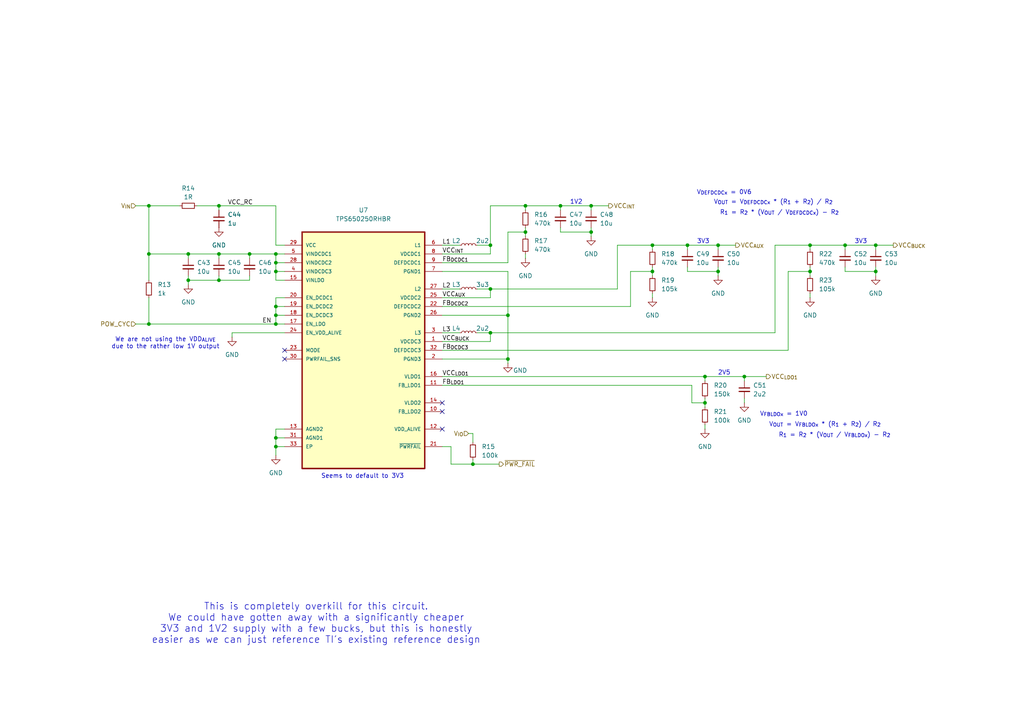
<source format=kicad_sch>
(kicad_sch (version 20231120) (generator "eeschema") (generator_version "8.0")
  (paper "A4")
  (title_block (title "Power Controller") (date "2024-03-11") (rev "1") (company "https://github.com/Cuprum77"))
  (lib_symbols
    (symbol "Cuprum:TPS650250RHBR" (pin_names (offset 1.016))
      (property "Reference" "U5" (at 0 40.64 0))
      (property "Value" "TPS650250RHBR" (at 0 38.1 0))
      (symbol "TPS650250RHBR_0_0"
        (rectangle (start -17.78 34.29) (end 17.78 -34.29) (stroke (width 0.41)) (fill (type background)))
        (pin power_in line (at 22.86 2.54 180) (length 5.08) (name "VDCDC3") (number "1"))
        (pin input line (at 22.86 -17.78 180) (length 5.08) (name "FB_LDO2") (number "10"))
        (pin input line (at 22.86 -10.16 180) (length 5.08) (name "FB_LDO1") (number "11"))
        (pin output line (at 22.86 -22.86 180) (length 5.08) (name "VDD_ALIVE") (number "12"))
        (pin power_in line (at -22.86 -22.86 0) (length 5.08) (name "AGND2") (number "13"))
        (pin output line (at 22.86 -15.24 180) (length 5.08) (name "VLDO2") (number "14"))
        (pin input line (at -22.86 20.32 0) (length 5.08) (name "VINLDO") (number "15"))
        (pin output line (at 22.86 -7.62 180) (length 5.08) (name "VLDO1") (number "16"))
        (pin input line (at -22.86 7.62 0) (length 5.08) (name "EN_LDO") (number "17"))
        (pin input line (at -22.86 10.16 0) (length 5.08) (name "EN_DCDC3") (number "18"))
        (pin input line (at -22.86 12.7 0) (length 5.08) (name "EN_DCDC2") (number "19"))
        (pin power_in line (at 22.86 -2.54 180) (length 5.08) (name "PGND3") (number "2"))
        (pin input line (at -22.86 15.24 0) (length 5.08) (name "EN_DCDC1") (number "20"))
        (pin output line (at 22.86 -27.94 180) (length 5.08) (name "~{PWRFAIL}") (number "21"))
        (pin input line (at 22.86 12.7 180) (length 5.08) (name "DEFDCDC2") (number "22"))
        (pin input line (at -22.86 0 0) (length 5.08) (name "MODE") (number "23"))
        (pin input line (at -22.86 5.08 0) (length 5.08) (name "EN_VDD_ALIVE") (number "24"))
        (pin input line (at 22.86 15.24 180) (length 5.08) (name "VDCDC2") (number "25"))
        (pin power_in line (at 22.86 10.16 180) (length 5.08) (name "PGND2") (number "26"))
        (pin bidirectional line (at 22.86 17.78 180) (length 5.08) (name "L2") (number "27"))
        (pin input line (at -22.86 25.4 0) (length 5.08) (name "VINDCDC2") (number "28"))
        (pin power_in line (at -22.86 30.48 0) (length 5.08) (name "VCC") (number "29"))
        (pin bidirectional line (at 22.86 5.08 180) (length 5.08) (name "L3") (number "3"))
        (pin input line (at -22.86 -2.54 0) (length 5.08) (name "PWRFAIL_SNS") (number "30"))
        (pin power_in line (at -22.86 -25.4 0) (length 5.08) (name "AGND1") (number "31"))
        (pin input line (at 22.86 0 180) (length 5.08) (name "DEFDCDC3") (number "32"))
        (pin bidirectional line (at -22.86 -27.94 0) (length 5.08) (name "EP") (number "33"))
        (pin input line (at -22.86 22.86 0) (length 5.08) (name "VINDCDC3") (number "4"))
        (pin input line (at -22.86 27.94 0) (length 5.08) (name "VINDCDC1") (number "5"))
        (pin bidirectional line (at 22.86 30.48 180) (length 5.08) (name "L1") (number "6"))
        (pin power_in line (at 22.86 22.86 180) (length 5.08) (name "PGND1") (number "7"))
        (pin input line (at 22.86 27.94 180) (length 5.08) (name "VDCDC1") (number "8"))
        (pin input line (at 22.86 25.4 180) (length 5.08) (name "DEFDCDC1") (number "9"))
      )
      (symbol "TPS650250RHBR_1_0"
        (pin passive line (at -22.86 -27.94 0) (length 5.08) hide (name "EP") (number "34"))
        (pin passive line (at -22.86 -27.94 0) (length 5.08) hide (name "EP") (number "35"))
        (pin passive line (at -22.86 -27.94 0) (length 5.08) hide (name "EP") (number "36"))
        (pin passive line (at -22.86 -27.94 0) (length 5.08) hide (name "EP") (number "37"))
        (pin passive line (at -22.86 -27.94 0) (length 5.08) hide (name "EP") (number "38"))
      )
    )
    (symbol "Device:C_Small" (pin_numbers hide) (pin_names (offset 0.254) hide)
      (property "Reference" "C" (at 0.254 1.778 0))
      (property "Value" "C_Small" (at 0.254 -2.032 0))
      (symbol "C_Small_0_1"
        (polyline (pts (xy -1.524 -0.508) (xy 1.524 -0.508)) (stroke (width 0.3302)))
        (polyline (pts (xy -1.524 0.508) (xy 1.524 0.508)) (stroke (width 0.3048)))
      )
      (symbol "C_Small_1_1"
        (pin passive line (at 0 2.54 270) (length 2.032) (name "~") (number "1"))
        (pin passive line (at 0 -2.54 90) (length 2.032) (name "~") (number "2"))
      )
    )
    (symbol "Device:L_Small" (pin_numbers hide) (pin_names (offset 0.254) hide)
      (property "Reference" "L" (at 0.762 1.016 0))
      (property "Value" "L_Small" (at 0.762 -1.016 0))
      (symbol "L_Small_0_1"
        (arc (start 0 -2.032) (mid 0.5058 -1.524) (end 0 -1.016))
        (arc (start 0 -1.016) (mid 0.5058 -0.508) (end 0 0))
        (arc (start 0 0) (mid 0.5058 0.508) (end 0 1.016))
        (arc (start 0 1.016) (mid 0.5058 1.524) (end 0 2.032))
      )
      (symbol "L_Small_1_1"
        (pin passive line (at 0 2.54 270) (length 0.508) (name "~") (number "1"))
        (pin passive line (at 0 -2.54 90) (length 0.508) (name "~") (number "2"))
      )
    )
    (symbol "Device:R_Small" (pin_numbers hide) (pin_names (offset 0.254) hide)
      (property "Reference" "R" (at 0.762 0.508 0))
      (property "Value" "R_Small" (at 0.762 -1.016 0))
      (symbol "R_Small_0_1"
        (rectangle (start -0.762 1.778) (end 0.762 -1.778) (stroke (width 0.2032)))
      )
      (symbol "R_Small_1_1"
        (pin passive line (at 0 2.54 270) (length 0.762) (name "~") (number "1"))
        (pin passive line (at 0 -2.54 90) (length 0.762) (name "~") (number "2"))
      )
    )
    (symbol "power:GND" (power) (pin_numbers hide) (pin_names (offset 0) hide)
      (property "Value" "GND" (at 0 -3.81 0))
      (symbol "GND_0_1"
        (polyline (pts (xy 0 0) (xy 0 -1.27) (xy 1.27 -1.27) (xy 0 -2.54) (xy -1.27 -1.27) (xy 0 -1.27)))
      )
      (symbol "GND_1_1"
        (pin power_in line (at 0 0 270) (length 0) (name "~") (number "1"))
      )
    )
  )
  (junction (at 234.95 71.12))
  (junction (at 43.18 93.98))
  (junction (at 254 71.12))
  (junction (at 152.4 59.69))
  (junction (at 43.18 59.69))
  (junction (at 63.5 73.66))
  (junction (at 80.01 73.66))
  (junction (at 189.23 71.12))
  (junction (at 215.9 109.22))
  (junction (at 80.01 129.54))
  (junction (at 80.01 91.44))
  (junction (at 142.24 71.12))
  (junction (at 162.56 59.69))
  (junction (at 80.01 88.9))
  (junction (at 63.5 59.69))
  (junction (at 204.47 116.84))
  (junction (at 189.23 78.74))
  (junction (at 254 78.74))
  (junction (at 171.45 67.31))
  (junction (at 245.11 71.12))
  (junction (at 208.28 78.74))
  (junction (at 137.16 134.62))
  (junction (at 142.24 96.52))
  (junction (at 147.32 104.14))
  (junction (at 142.24 83.82))
  (junction (at 63.5 81.28))
  (junction (at 43.18 73.66))
  (junction (at 54.61 81.28))
  (junction (at 80.01 78.74))
  (junction (at 72.39 73.66))
  (junction (at 171.45 59.69))
  (junction (at 152.4 67.31))
  (junction (at 234.95 78.74))
  (junction (at 80.01 127))
  (junction (at 80.01 93.98))
  (junction (at 54.61 73.66))
  (junction (at 147.32 91.44))
  (junction (at 80.01 76.2))
  (junction (at 204.47 109.22))
  (junction (at 208.28 71.12))
  (junction (at 199.39 71.12))
  (no_connect (at 82.55 104.14))
  (no_connect (at 82.55 101.6))
  (no_connect (at 128.27 116.84))
  (no_connect (at 128.27 124.46))
  (no_connect (at 128.27 119.38))
  (wire (pts (xy 182.88 78.74) (xy 182.88 88.9)))
  (wire (pts (xy 128.27 111.76) (xy 200.66 111.76)))
  (wire (pts (xy 189.23 71.12) (xy 199.39 71.12)))
  (wire (pts (xy 54.61 80.01) (xy 54.61 81.28)))
  (wire (pts (xy 138.43 83.82) (xy 142.24 83.82)))
  (wire (pts (xy 80.01 86.36) (xy 80.01 88.9)))
  (wire (pts (xy 162.56 67.31) (xy 171.45 67.31)))
  (wire (pts (xy 63.5 73.66) (xy 72.39 73.66)))
  (wire (pts (xy 80.01 78.74) (xy 82.55 78.74)))
  (wire (pts (xy 254 77.47) (xy 254 78.74)))
  (wire (pts (xy 128.27 91.44) (xy 147.32 91.44)))
  (wire (pts (xy 138.43 96.52) (xy 142.24 96.52)))
  (wire (pts (xy 128.27 71.12) (xy 133.35 71.12)))
  (wire (pts (xy 152.4 67.31) (xy 152.4 68.58)))
  (wire (pts (xy 80.01 93.98) (xy 82.55 93.98)))
  (wire (pts (xy 43.18 73.66) (xy 43.18 81.28)))
  (wire (pts (xy 57.15 59.69) (xy 63.5 59.69)))
  (wire (pts (xy 215.9 109.22) (xy 222.25 109.22)))
  (wire (pts (xy 137.16 134.62) (xy 137.16 133.35)))
  (wire (pts (xy 152.4 60.96) (xy 152.4 59.69)))
  (wire (pts (xy 82.55 76.2) (xy 80.01 76.2)))
  (wire (pts (xy 208.28 78.74) (xy 208.28 80.01)))
  (wire (pts (xy 80.01 127) (xy 80.01 124.46)))
  (wire (pts (xy 254 71.12) (xy 254 72.39)))
  (wire (pts (xy 245.11 78.74) (xy 254 78.74)))
  (wire (pts (xy 142.24 96.52) (xy 224.79 96.52)))
  (wire (pts (xy 63.5 74.93) (xy 63.5 73.66)))
  (wire (pts (xy 128.27 86.36) (xy 142.24 86.36)))
  (wire (pts (xy 142.24 83.82) (xy 179.07 83.82)))
  (wire (pts (xy 152.4 73.66) (xy 152.4 74.93)))
  (wire (pts (xy 179.07 83.82) (xy 179.07 71.12)))
  (wire (pts (xy 189.23 85.09) (xy 189.23 86.36)))
  (wire (pts (xy 43.18 86.36) (xy 43.18 93.98)))
  (wire (pts (xy 171.45 59.69) (xy 171.45 60.96)))
  (wire (pts (xy 142.24 86.36) (xy 142.24 83.82)))
  (wire (pts (xy 215.9 116.84) (xy 215.9 115.57)))
  (wire (pts (xy 130.81 134.62) (xy 137.16 134.62)))
  (wire (pts (xy 128.27 78.74) (xy 147.32 78.74)))
  (wire (pts (xy 128.27 104.14) (xy 147.32 104.14)))
  (wire (pts (xy 162.56 59.69) (xy 171.45 59.69)))
  (wire (pts (xy 245.11 71.12) (xy 254 71.12)))
  (wire (pts (xy 80.01 91.44) (xy 80.01 93.98)))
  (wire (pts (xy 215.9 110.49) (xy 215.9 109.22)))
  (wire (pts (xy 189.23 78.74) (xy 189.23 80.01)))
  (wire (pts (xy 82.55 73.66) (xy 80.01 73.66)))
  (wire (pts (xy 63.5 59.69) (xy 63.5 60.96)))
  (wire (pts (xy 43.18 59.69) (xy 52.07 59.69)))
  (wire (pts (xy 128.27 129.54) (xy 130.81 129.54)))
  (wire (pts (xy 254 71.12) (xy 259.08 71.12)))
  (wire (pts (xy 39.37 93.98) (xy 43.18 93.98)))
  (wire (pts (xy 82.55 81.28) (xy 80.01 81.28)))
  (wire (pts (xy 147.32 76.2) (xy 147.32 67.31)))
  (wire (pts (xy 80.01 127) (xy 82.55 127)))
  (wire (pts (xy 199.39 71.12) (xy 199.39 72.39)))
  (wire (pts (xy 204.47 123.19) (xy 204.47 124.46)))
  (wire (pts (xy 72.39 73.66) (xy 72.39 74.93)))
  (wire (pts (xy 204.47 115.57) (xy 204.47 116.84)))
  (wire (pts (xy 234.95 72.39) (xy 234.95 71.12)))
  (wire (pts (xy 142.24 73.66) (xy 142.24 71.12)))
  (wire (pts (xy 54.61 81.28) (xy 63.5 81.28)))
  (wire (pts (xy 72.39 73.66) (xy 80.01 73.66)))
  (wire (pts (xy 147.32 78.74) (xy 147.32 91.44)))
  (wire (pts (xy 138.43 71.12) (xy 142.24 71.12)))
  (wire (pts (xy 147.32 104.14) (xy 147.32 105.41)))
  (wire (pts (xy 199.39 77.47) (xy 199.39 78.74)))
  (wire (pts (xy 128.27 83.82) (xy 133.35 83.82)))
  (wire (pts (xy 189.23 72.39) (xy 189.23 71.12)))
  (wire (pts (xy 152.4 59.69) (xy 162.56 59.69)))
  (wire (pts (xy 245.11 71.12) (xy 245.11 72.39)))
  (wire (pts (xy 128.27 101.6) (xy 228.6 101.6)))
  (wire (pts (xy 67.31 97.79) (xy 67.31 96.52)))
  (wire (pts (xy 128.27 88.9) (xy 182.88 88.9)))
  (wire (pts (xy 224.79 96.52) (xy 224.79 71.12)))
  (wire (pts (xy 137.16 125.73) (xy 137.16 128.27)))
  (wire (pts (xy 80.01 73.66) (xy 80.01 76.2)))
  (wire (pts (xy 137.16 134.62) (xy 144.78 134.62)))
  (wire (pts (xy 54.61 73.66) (xy 54.61 74.93)))
  (wire (pts (xy 39.37 59.69) (xy 43.18 59.69)))
  (wire (pts (xy 128.27 76.2) (xy 147.32 76.2)))
  (wire (pts (xy 130.81 129.54) (xy 130.81 134.62)))
  (wire (pts (xy 63.5 80.01) (xy 63.5 81.28)))
  (wire (pts (xy 171.45 59.69) (xy 176.53 59.69)))
  (wire (pts (xy 43.18 73.66) (xy 54.61 73.66)))
  (wire (pts (xy 82.55 91.44) (xy 80.01 91.44)))
  (wire (pts (xy 80.01 76.2) (xy 80.01 78.74)))
  (wire (pts (xy 182.88 78.74) (xy 189.23 78.74)))
  (wire (pts (xy 82.55 71.12) (xy 80.01 71.12)))
  (wire (pts (xy 147.32 91.44) (xy 147.32 104.14)))
  (wire (pts (xy 72.39 80.01) (xy 72.39 81.28)))
  (wire (pts (xy 245.11 77.47) (xy 245.11 78.74)))
  (wire (pts (xy 80.01 124.46) (xy 82.55 124.46)))
  (wire (pts (xy 204.47 116.84) (xy 204.47 118.11)))
  (wire (pts (xy 54.61 81.28) (xy 54.61 82.55)))
  (wire (pts (xy 179.07 71.12) (xy 189.23 71.12)))
  (wire (pts (xy 54.61 73.66) (xy 63.5 73.66)))
  (wire (pts (xy 63.5 81.28) (xy 72.39 81.28)))
  (wire (pts (xy 224.79 71.12) (xy 234.95 71.12)))
  (wire (pts (xy 80.01 71.12) (xy 80.01 59.69)))
  (wire (pts (xy 80.01 129.54) (xy 80.01 127)))
  (wire (pts (xy 142.24 59.69) (xy 152.4 59.69)))
  (wire (pts (xy 208.28 77.47) (xy 208.28 78.74)))
  (wire (pts (xy 82.55 88.9) (xy 80.01 88.9)))
  (wire (pts (xy 208.28 71.12) (xy 208.28 72.39)))
  (wire (pts (xy 204.47 116.84) (xy 200.66 116.84)))
  (wire (pts (xy 204.47 109.22) (xy 204.47 110.49)))
  (wire (pts (xy 128.27 109.22) (xy 204.47 109.22)))
  (wire (pts (xy 208.28 71.12) (xy 213.36 71.12)))
  (wire (pts (xy 234.95 71.12) (xy 245.11 71.12)))
  (wire (pts (xy 199.39 78.74) (xy 208.28 78.74)))
  (wire (pts (xy 199.39 71.12) (xy 208.28 71.12)))
  (wire (pts (xy 147.32 67.31) (xy 152.4 67.31)))
  (wire (pts (xy 234.95 78.74) (xy 234.95 80.01)))
  (wire (pts (xy 162.56 66.04) (xy 162.56 67.31)))
  (wire (pts (xy 171.45 67.31) (xy 171.45 68.58)))
  (wire (pts (xy 43.18 93.98) (xy 80.01 93.98)))
  (wire (pts (xy 67.31 96.52) (xy 82.55 96.52)))
  (wire (pts (xy 162.56 59.69) (xy 162.56 60.96)))
  (wire (pts (xy 43.18 59.69) (xy 43.18 73.66)))
  (wire (pts (xy 254 78.74) (xy 254 80.01)))
  (wire (pts (xy 82.55 86.36) (xy 80.01 86.36)))
  (wire (pts (xy 128.27 96.52) (xy 133.35 96.52)))
  (wire (pts (xy 128.27 73.66) (xy 142.24 73.66)))
  (wire (pts (xy 80.01 88.9) (xy 80.01 91.44)))
  (wire (pts (xy 142.24 99.06) (xy 142.24 96.52)))
  (wire (pts (xy 189.23 77.47) (xy 189.23 78.74)))
  (wire (pts (xy 228.6 78.74) (xy 234.95 78.74)))
  (wire (pts (xy 80.01 129.54) (xy 82.55 129.54)))
  (wire (pts (xy 200.66 111.76) (xy 200.66 116.84)))
  (wire (pts (xy 171.45 66.04) (xy 171.45 67.31)))
  (wire (pts (xy 80.01 81.28) (xy 80.01 78.74)))
  (wire (pts (xy 135.89 125.73) (xy 137.16 125.73)))
  (wire (pts (xy 234.95 77.47) (xy 234.95 78.74)))
  (wire (pts (xy 142.24 71.12) (xy 142.24 59.69)))
  (wire (pts (xy 63.5 59.69) (xy 80.01 59.69)))
  (wire (pts (xy 152.4 66.04) (xy 152.4 67.31)))
  (wire (pts (xy 80.01 132.08) (xy 80.01 129.54)))
  (wire (pts (xy 204.47 109.22) (xy 215.9 109.22)))
  (wire (pts (xy 128.27 99.06) (xy 142.24 99.06)))
  (wire (pts (xy 228.6 78.74) (xy 228.6 101.6)))
  (wire (pts (xy 234.95 85.09) (xy 234.95 86.36)))
  (text "V_{DEFDCDC_{x}} = 0V6" (at 210.058 55.88 0) (effects (font (size 1.27 1.27))))
  (text "Seems to default to 3V3" (at 105.156 138.176 0) (effects (font (size 1.27 1.27))))
  (text "R_{1} = R_{2} * (V_{OUT} / V_{DEFDCDC_{x}}) - R_{2}" (at 226.06 61.722 0) (effects (font (size 1.27 1.27))))
  (text "3V3\n" (at 249.682 70.104 0) (effects (font (size 1.27 1.27))))
  (text "2V5" (at 210.058 108.204 0) (effects (font (size 1.27 1.27))))
  (text "V_{FBLDO_{x}} = 1V0" (at 227.33 120.142 0) (effects (font (size 1.27 1.27))))
  (text "V_{OUT} = V_{FBLDO_{x}} * (R_{1} + R_{2}) / R_{2}" (at 239.268 123.19 0) (effects (font (size 1.27 1.27))))
  (text "This is completely overkill for this circuit.\nWe could have gotten away with a significantly cheaper\n3V3 and 1V2 supply with a few bucks, but this is honestly\neasier as we can just reference TI's existing reference design\n" (at 91.694 180.848 0) (effects (font (size 2 2))))
  (text "R_{1} = R_{2} * (V_{OUT} / V_{FBLDO_{x}}) - R_{2}" (at 242.062 126.238 0) (effects (font (size 1.27 1.27))))
  (text "V_{OUT} = V_{DEFDCDCx} * (R_{1} + R_{2}) / R_{2}" (at 224.282 58.674 0) (effects (font (size 1.27 1.27))))
  (text "We are not using the VDD_{ALIVE}\ndue to the rather low 1V output" (at 48.006 99.568 0) (effects (font (size 1.27 1.27))))
  (text "3V3" (at 203.962 70.104 0) (effects (font (size 1.27 1.27))))
  (text "1V2" (at 167.132 58.674 0) (effects (font (size 1.27 1.27))))
  (label "VCC_{BUCK}" (at 128.27 99.06 0))
  (label "L1" (at 128.27 71.12 0))
  (label "FB_{DCDC_{2}}" (at 128.27 88.9 0))
  (label "L2" (at 128.27 83.82 0))
  (label "VCC_{INT}" (at 128.27 73.66 0))
  (label "FB_{DCDC_{1}}" (at 128.27 76.2 0))
  (label "VCC_{LDO1}" (at 128.27 109.22 0))
  (label "FB_{LDO1}" (at 128.27 111.76 0))
  (label "FB_{DCDC_{3}}" (at 128.27 101.6 0))
  (label "EN" (at 78.74 93.98 180))
  (label "VCC_{AUX}" (at 128.27 86.36 0))
  (label "L3" (at 128.27 96.52 0))
  (label "VCC_RC" (at 66.04 59.69 0))
  (hierarchical_label "VCC_{INT}" (shape output) (at 176.53 59.69 0))
  (hierarchical_label "~{PWR_FAIL}" (shape output) (at 144.78 134.62 0))
  (hierarchical_label "VCC_{BUCK}" (shape output) (at 259.08 71.12 0))
  (hierarchical_label "VCC_{AUX}" (shape output) (at 213.36 71.12 0))
  (hierarchical_label "POW_CYC" (shape input) (at 39.37 93.98 180))
  (hierarchical_label "V_{IN}" (shape input) (at 39.37 59.69 180))
  (hierarchical_label "VCC_{LDO_{1}}" (shape output) (at 222.25 109.22 0))
  (hierarchical_label "V_{IO}" (shape input) (at 135.89 125.73 180))
  (symbol (lib_id "Device:C_Small") (at 245.11 74.93 0) (unit 1)
    (property "Reference" "C52" (at 247.65 73.6662 0) (effects (justify left)))
    (property "Value" "10u" (at 247.65 76.2062 0) (effects (justify left)))
    (property "Footprint" "KiCAD Library:C_0603_1608Metric" (effects (hide yes)))
    (property "Description" "Unpolarized capacitor, small symbol" (effects (hide yes)))
  )
  (symbol (lib_id "power:GND") (at 215.9 116.84 0) (unit 1)
    (property "Reference" "#PWR059" (effects (hide yes)))
    (property "Value" "GND" (at 215.9 121.92 0))
    (property "Description" "Power symbol creates a global label with name \"GND\" , ground" (effects (hide yes)))
  )
  (symbol (lib_id "Device:C_Small") (at 199.39 74.93 0) (unit 1)
    (property "Reference" "C49" (at 201.93 73.6662 0) (effects (justify left)))
    (property "Value" "10u" (at 201.93 76.2062 0) (effects (justify left)))
    (property "Footprint" "KiCAD Library:C_0603_1608Metric" (effects (hide yes)))
    (property "Description" "Unpolarized capacitor, small symbol" (effects (hide yes)))
  )
  (symbol (lib_id "Device:R_Small") (at 189.23 74.93 0) (unit 1)
    (property "Reference" "R18" (at 191.77 73.6599 0) (effects (justify left)))
    (property "Value" "470k" (at 191.77 76.1999 0) (effects (justify left)))
    (property "Footprint" "KiCAD Library:R_0402_1005Metric" (effects (hide yes)))
    (property "Description" "Resistor, small symbol" (effects (hide yes)))
  )
  (symbol (lib_id "Device:L_Small") (at 135.89 96.52 90) (unit 1)
    (property "Reference" "L4" (at 132.334 95.25 90))
    (property "Value" "2u2" (at 139.954 95.25 90))
    (property "Footprint" "KiCAD Library:XRNR4012" (effects (hide yes)))
    (property "Description" "Inductor, small symbol" (effects (hide yes)))
  )
  (symbol (lib_id "Device:R_Small") (at 189.23 82.55 0) (unit 1)
    (property "Reference" "R19" (at 191.77 81.2799 0) (effects (justify left)))
    (property "Value" "105k" (at 191.77 83.8199 0) (effects (justify left)))
    (property "Footprint" "KiCAD Library:R_0402_1005Metric" (effects (hide yes)))
    (property "Description" "Resistor, small symbol" (effects (hide yes)))
  )
  (symbol (lib_id "Device:R_Small") (at 204.47 113.03 0) (unit 1)
    (property "Reference" "R20" (at 207.01 111.7599 0) (effects (justify left)))
    (property "Value" "150k" (at 207.01 114.2999 0) (effects (justify left)))
    (property "Footprint" "KiCAD Library:R_0402_1005Metric" (effects (hide yes)))
    (property "Description" "Resistor, small symbol" (effects (hide yes)))
  )
  (symbol (lib_id "Device:C_Small") (at 254 74.93 0) (unit 1)
    (property "Reference" "C53" (at 256.54 73.6662 0) (effects (justify left)))
    (property "Value" "10u" (at 256.54 76.2062 0) (effects (justify left)))
    (property "Footprint" "KiCAD Library:C_0603_1608Metric" (effects (hide yes)))
    (property "Description" "Unpolarized capacitor, small symbol" (effects (hide yes)))
  )
  (symbol (lib_id "Cuprum:TPS650250RHBR") (at 105.41 101.6 0) (unit 1)
    (property "Reference" "U7" (at 105.41 60.96 0))
    (property "Value" "TPS650250RHBR" (at 105.41 63.5 0))
    (property "Footprint" "KiCAD Library:IC_ADS125H01IRHBT" (effects (hide yes)))
    (property "MF" "Texas Instruments" (effects (hide yes)))
    (property "Description_1" "\nConfigurable integrated power management (PMIC) with 3 DC/DC converters and 3 LDOs\n" (effects (hide yes)))
    (property "Package" "VQFN-32-32 Texas Instruments" (effects (hide yes)))
    (property "Price" "None" (effects (hide yes)))
    (property "SnapEDA_Link" "https://www.snapeda.com/parts/TPS650250RHBR/Texas+Instruments/view-part/?ref=snap" (effects (hide yes)))
    (property "MP" "TPS650250RHBR" (effects (hide yes)))
    (property "Availability" "In Stock" (effects (hide yes)))
    (property "Check_prices" "https://www.snapeda.com/parts/TPS650250RHBR/Texas+Instruments/view-part/?ref=eda" (effects (hide yes)))
  )
  (symbol (lib_id "Device:C_Small") (at 63.5 77.47 0) (unit 1)
    (property "Reference" "C45" (at 66.04 76.2062 0) (effects (justify left)))
    (property "Value" "10u" (at 66.04 78.7462 0) (effects (justify left)))
    (property "Footprint" "KiCAD Library:C_0603_1608Metric" (effects (hide yes)))
    (property "Description" "Unpolarized capacitor, small symbol" (effects (hide yes)))
  )
  (symbol (lib_id "Device:R_Small") (at 137.16 130.81 0) (unit 1)
    (property "Reference" "R15" (at 139.7 129.5399 0) (effects (justify left)))
    (property "Value" "100k" (at 139.7 132.0799 0) (effects (justify left)))
    (property "Footprint" "KiCAD Library:R_0402_1005Metric" (effects (hide yes)))
    (property "Description" "Resistor, small symbol" (effects (hide yes)))
  )
  (symbol (lib_id "Device:R_Small") (at 234.95 82.55 0) (unit 1)
    (property "Reference" "R23" (at 237.49 81.2799 0) (effects (justify left)))
    (property "Value" "105k" (at 237.49 83.8199 0) (effects (justify left)))
    (property "Footprint" "KiCAD Library:R_0402_1005Metric" (effects (hide yes)))
    (property "Description" "Resistor, small symbol" (effects (hide yes)))
  )
  (symbol (lib_id "Device:C_Small") (at 215.9 113.03 0) (unit 1)
    (property "Reference" "C51" (at 218.44 111.7662 0) (effects (justify left)))
    (property "Value" "2u2" (at 218.44 114.3062 0) (effects (justify left)))
    (property "Footprint" "KiCAD Library:C_0603_1608Metric" (effects (hide yes)))
    (property "Description" "Unpolarized capacitor, small symbol" (effects (hide yes)))
  )
  (symbol (lib_id "power:GND") (at 152.4 74.93 0) (unit 1)
    (property "Reference" "#PWR054" (effects (hide yes)))
    (property "Value" "GND" (at 152.4 80.01 0))
    (property "Description" "Power symbol creates a global label with name \"GND\" , ground" (effects (hide yes)))
  )
  (symbol (lib_id "Device:L_Small") (at 135.89 71.12 90) (unit 1)
    (property "Reference" "L2" (at 132.334 69.85 90))
    (property "Value" "2u2" (at 139.954 69.85 90))
    (property "Footprint" "KiCAD Library:XRNR4012" (effects (hide yes)))
    (property "Description" "Inductor, small symbol" (effects (hide yes)))
  )
  (symbol (lib_id "Device:R_Small") (at 54.61 59.69 90) (unit 1)
    (property "Reference" "R14" (at 54.61 54.61 90))
    (property "Value" "1R" (at 54.61 57.15 90))
    (property "Footprint" "KiCAD Library:R_0402_1005Metric" (effects (hide yes)))
    (property "Description" "Resistor, small symbol" (effects (hide yes)))
  )
  (symbol (lib_id "power:GND") (at 254 80.01 0) (unit 1)
    (property "Reference" "#PWR061" (effects (hide yes)))
    (property "Value" "GND" (at 254 85.09 0))
    (property "Description" "Power symbol creates a global label with name \"GND\" , ground" (effects (hide yes)))
  )
  (symbol (lib_id "Device:L_Small") (at 135.89 83.82 90) (unit 1)
    (property "Reference" "L3" (at 132.334 82.55 90))
    (property "Value" "3u3" (at 139.954 82.55 90))
    (property "Footprint" "KiCAD Library:XRNR4012" (effects (hide yes)))
    (property "Description" "Inductor, small symbol" (effects (hide yes)))
  )
  (symbol (lib_id "Device:C_Small") (at 54.61 77.47 0) (unit 1)
    (property "Reference" "C43" (at 57.15 76.2062 0) (effects (justify left)))
    (property "Value" "10u" (at 57.15 78.7462 0) (effects (justify left)))
    (property "Footprint" "KiCAD Library:C_0603_1608Metric" (effects (hide yes)))
    (property "Description" "Unpolarized capacitor, small symbol" (effects (hide yes)))
  )
  (symbol (lib_id "power:GND") (at 204.47 124.46 0) (unit 1)
    (property "Reference" "#PWR057" (effects (hide yes)))
    (property "Value" "GND" (at 204.47 129.54 0))
    (property "Description" "Power symbol creates a global label with name \"GND\" , ground" (effects (hide yes)))
  )
  (symbol (lib_id "Device:C_Small") (at 171.45 63.5 0) (unit 1)
    (property "Reference" "C48" (at 173.99 62.2362 0) (effects (justify left)))
    (property "Value" "10u" (at 173.99 64.7762 0) (effects (justify left)))
    (property "Footprint" "KiCAD Library:C_0603_1608Metric" (effects (hide yes)))
    (property "Description" "Unpolarized capacitor, small symbol" (effects (hide yes)))
  )
  (symbol (lib_id "power:GND") (at 80.01 132.08 0) (unit 1)
    (property "Reference" "#PWR052" (effects (hide yes)))
    (property "Value" "GND" (at 80.01 137.16 0))
    (property "Description" "Power symbol creates a global label with name \"GND\" , ground" (effects (hide yes)))
  )
  (symbol (lib_id "Device:R_Small") (at 152.4 71.12 0) (unit 1)
    (property "Reference" "R17" (at 154.94 69.8499 0) (effects (justify left)))
    (property "Value" "470k" (at 154.94 72.3899 0) (effects (justify left)))
    (property "Footprint" "KiCAD Library:R_0402_1005Metric" (effects (hide yes)))
    (property "Description" "Resistor, small symbol" (effects (hide yes)))
  )
  (symbol (lib_id "power:GND") (at 189.23 86.36 0) (unit 1)
    (property "Reference" "#PWR056" (effects (hide yes)))
    (property "Value" "GND" (at 189.23 91.44 0))
    (property "Description" "Power symbol creates a global label with name \"GND\" , ground" (effects (hide yes)))
  )
  (symbol (lib_id "Device:R_Small") (at 43.18 83.82 0) (unit 1)
    (property "Reference" "R13" (at 45.72 82.5499 0) (effects (justify left)))
    (property "Value" "1k" (at 45.72 85.0899 0) (effects (justify left)))
    (property "Footprint" "KiCAD Library:R_0402_1005Metric" (effects (hide yes)))
    (property "Description" "Resistor, small symbol" (effects (hide yes)))
  )
  (symbol (lib_id "power:GND") (at 208.28 80.01 0) (unit 1)
    (property "Reference" "#PWR058" (effects (hide yes)))
    (property "Value" "GND" (at 208.28 85.09 0))
    (property "Description" "Power symbol creates a global label with name \"GND\" , ground" (effects (hide yes)))
  )
  (symbol (lib_id "power:GND") (at 54.61 82.55 0) (unit 1)
    (property "Reference" "#PWR049" (effects (hide yes)))
    (property "Value" "GND" (at 54.61 87.63 0))
    (property "Description" "Power symbol creates a global label with name \"GND\" , ground" (effects (hide yes)))
  )
  (symbol (lib_id "Device:R_Small") (at 234.95 74.93 0) (unit 1)
    (property "Reference" "R22" (at 237.49 73.6599 0) (effects (justify left)))
    (property "Value" "470k" (at 237.49 76.1999 0) (effects (justify left)))
    (property "Footprint" "KiCAD Library:R_0402_1005Metric" (effects (hide yes)))
    (property "Description" "Resistor, small symbol" (effects (hide yes)))
  )
  (symbol (lib_id "Device:C_Small") (at 208.28 74.93 0) (unit 1)
    (property "Reference" "C50" (at 210.82 73.6662 0) (effects (justify left)))
    (property "Value" "10u" (at 210.82 76.2062 0) (effects (justify left)))
    (property "Footprint" "KiCAD Library:C_0603_1608Metric" (effects (hide yes)))
    (property "Description" "Unpolarized capacitor, small symbol" (effects (hide yes)))
  )
  (symbol (lib_id "power:GND") (at 147.32 105.41 0) (unit 1)
    (property "Reference" "#PWR053" (effects (hide yes)))
    (property "Value" "GND" (at 150.876 107.442 0))
    (property "Description" "Power symbol creates a global label with name \"GND\" , ground" (effects (hide yes)))
  )
  (symbol (lib_id "Device:C_Small") (at 162.56 63.5 0) (unit 1)
    (property "Reference" "C47" (at 165.1 62.2362 0) (effects (justify left)))
    (property "Value" "10u" (at 165.1 64.7762 0) (effects (justify left)))
    (property "Footprint" "KiCAD Library:C_0603_1608Metric" (effects (hide yes)))
    (property "Description" "Unpolarized capacitor, small symbol" (effects (hide yes)))
  )
  (symbol (lib_id "Device:C_Small") (at 72.39 77.47 0) (unit 1)
    (property "Reference" "C46" (at 74.93 76.2062 0) (effects (justify left)))
    (property "Value" "10u" (at 74.93 78.7462 0) (effects (justify left)))
    (property "Footprint" "KiCAD Library:C_0603_1608Metric" (effects (hide yes)))
    (property "Description" "Unpolarized capacitor, small symbol" (effects (hide yes)))
  )
  (symbol (lib_id "power:GND") (at 63.5 66.04 0) (unit 1)
    (property "Reference" "#PWR050" (effects (hide yes)))
    (property "Value" "GND" (at 63.5 71.12 0))
    (property "Description" "Power symbol creates a global label with name \"GND\" , ground" (effects (hide yes)))
  )
  (symbol (lib_id "Device:R_Small") (at 204.47 120.65 0) (unit 1)
    (property "Reference" "R21" (at 207.01 119.3799 0) (effects (justify left)))
    (property "Value" "100k" (at 207.01 121.9199 0) (effects (justify left)))
    (property "Footprint" "KiCAD Library:R_0402_1005Metric" (effects (hide yes)))
    (property "Description" "Resistor, small symbol" (effects (hide yes)))
  )
  (symbol (lib_id "power:GND") (at 171.45 68.58 0) (unit 1)
    (property "Reference" "#PWR055" (effects (hide yes)))
    (property "Value" "GND" (at 171.45 73.66 0))
    (property "Description" "Power symbol creates a global label with name \"GND\" , ground" (effects (hide yes)))
  )
  (symbol (lib_id "power:GND") (at 234.95 86.36 0) (unit 1)
    (property "Reference" "#PWR060" (effects (hide yes)))
    (property "Value" "GND" (at 234.95 91.44 0))
    (property "Description" "Power symbol creates a global label with name \"GND\" , ground" (effects (hide yes)))
  )
  (symbol (lib_id "Device:R_Small") (at 152.4 63.5 0) (unit 1)
    (property "Reference" "R16" (at 154.94 62.2299 0) (effects (justify left)))
    (property "Value" "470k" (at 154.94 64.7699 0) (effects (justify left)))
    (property "Footprint" "KiCAD Library:R_0402_1005Metric" (effects (hide yes)))
    (property "Description" "Resistor, small symbol" (effects (hide yes)))
  )
  (symbol (lib_id "Device:C_Small") (at 63.5 63.5 0) (unit 1)
    (property "Reference" "C44" (at 66.04 62.2362 0) (effects (justify left)))
    (property "Value" "1u" (at 66.04 64.7762 0) (effects (justify left)))
    (property "Footprint" "KiCAD Library:C_0402_1005Metric" (effects (hide yes)))
    (property "Description" "Unpolarized capacitor, small symbol" (effects (hide yes)))
  )
  (symbol (lib_id "power:GND") (at 67.31 97.79 0) (unit 1)
    (property "Reference" "#PWR051" (effects (hide yes)))
    (property "Value" "GND" (at 67.31 102.87 0))
    (property "Description" "Power symbol creates a global label with name \"GND\" , ground" (effects (hide yes)))
  )
)
</source>
